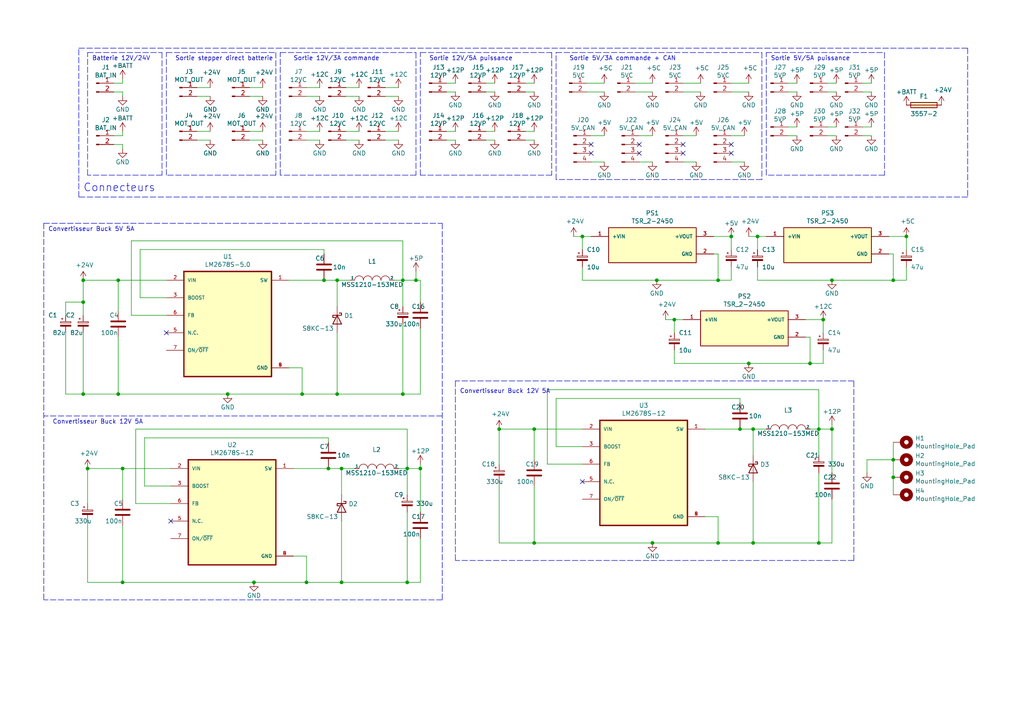
<source format=kicad_sch>
(kicad_sch (version 20211123) (generator eeschema)
  (paper "A4")
  (junction (at 168.91 68.58))
  (junction (at 154.94 124.46))
  (junction (at 217.17 105.41))
  (junction (at 218.44 157.48))
  (junction (at 87.63 114.3))
  (junction (at 234.95 105.41))
  (junction (at 73.66 168.91))
  (junction (at 154.94 157.48))
  (junction (at 241.3 124.46))
  (junction (at 88.9 168.91))
  (junction (at 195.58 92.71))
  (junction (at 118.11 168.91))
  (junction (at 34.29 81.28))
  (junction (at 238.76 92.71))
  (junction (at 24.13 81.28))
  (junction (at 99.06 168.91))
  (junction (at 259.08 81.28))
  (junction (at 24.13 87.63))
  (junction (at 190.5 81.28))
  (junction (at 99.06 135.89))
  (junction (at 66.04 114.3))
  (junction (at 144.78 124.46))
  (junction (at 34.29 114.3))
  (junction (at 35.56 168.91))
  (junction (at 97.79 81.28))
  (junction (at 24.13 114.3))
  (junction (at 218.44 124.46))
  (junction (at 116.84 81.28))
  (junction (at 262.89 68.58))
  (junction (at 35.56 135.89))
  (junction (at 259.08 138.43))
  (junction (at 25.4 135.89))
  (junction (at 259.08 133.35))
  (junction (at 118.11 135.89))
  (junction (at 219.71 68.58))
  (junction (at 214.63 124.46))
  (junction (at 237.49 157.48))
  (junction (at 120.65 81.28))
  (junction (at 212.09 68.58))
  (junction (at 116.84 114.3))
  (junction (at 93.98 81.28))
  (junction (at 121.92 135.89))
  (junction (at 237.49 124.46))
  (junction (at 95.25 135.89))
  (junction (at 208.28 157.48))
  (junction (at 241.3 81.28))
  (junction (at 208.28 81.28))
  (junction (at 97.79 114.3))
  (junction (at 189.23 157.48))
  (no_connect (at 48.26 96.52))
  (no_connect (at 171.45 44.45))
  (no_connect (at 49.53 151.13))
  (no_connect (at 185.42 44.45))
  (no_connect (at 212.09 44.45))
  (no_connect (at 198.12 41.91))
  (no_connect (at 185.42 41.91))
  (no_connect (at 212.09 41.91))
  (no_connect (at 198.12 44.45))
  (no_connect (at 171.45 41.91))
  (no_connect (at 168.91 139.7))
  (wire (pts (xy 262.89 77.47) (xy 262.89 81.28)))
  (wire (pts (xy 33.02 39.37) (xy 35.56 39.37)))
  (wire (pts (xy 241.3 157.48) (xy 237.49 157.48)))
  (wire (pts (xy 118.11 124.46) (xy 118.11 135.89)))
  (wire (pts (xy 35.56 135.89) (xy 25.4 135.89)))
  (wire (pts (xy 166.37 68.58) (xy 168.91 68.58)))
  (polyline (pts (xy 25.4 15.24) (xy 46.99 15.24)))
  (wire (pts (xy 208.28 149.86) (xy 208.28 157.48)))
  (wire (pts (xy 214.63 115.57) (xy 214.63 116.84)))
  (wire (pts (xy 121.92 114.3) (xy 116.84 114.3)))
  (wire (pts (xy 88.9 38.1) (xy 92.71 38.1)))
  (wire (pts (xy 250.19 26.67) (xy 252.73 26.67)))
  (wire (pts (xy 129.54 24.13) (xy 132.08 24.13)))
  (wire (pts (xy 208.28 73.66) (xy 208.28 81.28)))
  (wire (pts (xy 144.78 157.48) (xy 154.94 157.48)))
  (polyline (pts (xy 280.67 57.15) (xy 22.86 57.15)))
  (wire (pts (xy 240.03 24.13) (xy 242.57 24.13)))
  (wire (pts (xy 35.56 144.78) (xy 35.56 135.89)))
  (wire (pts (xy 88.9 168.91) (xy 99.06 168.91)))
  (polyline (pts (xy 222.25 15.24) (xy 256.54 15.24)))
  (wire (pts (xy 161.29 129.54) (xy 161.29 115.57)))
  (wire (pts (xy 168.91 77.47) (xy 168.91 81.28)))
  (wire (pts (xy 257.81 68.58) (xy 262.89 68.58)))
  (wire (pts (xy 195.58 92.71) (xy 198.12 92.71)))
  (wire (pts (xy 241.3 124.46) (xy 241.3 123.19)))
  (wire (pts (xy 259.08 133.35) (xy 251.46 133.35)))
  (wire (pts (xy 259.08 138.43) (xy 259.08 143.51)))
  (wire (pts (xy 120.65 81.28) (xy 121.92 81.28)))
  (wire (pts (xy 228.6 39.37) (xy 231.14 39.37)))
  (wire (pts (xy 168.91 72.39) (xy 168.91 68.58)))
  (polyline (pts (xy 46.99 50.8) (xy 25.4 50.8)))
  (wire (pts (xy 99.06 168.91) (xy 118.11 168.91)))
  (wire (pts (xy 72.39 27.94) (xy 76.2 27.94)))
  (wire (pts (xy 116.84 93.98) (xy 116.84 114.3)))
  (wire (pts (xy 24.13 96.52) (xy 24.13 114.3)))
  (wire (pts (xy 97.79 96.52) (xy 97.79 114.3)))
  (polyline (pts (xy 256.54 50.8) (xy 222.25 50.8)))
  (wire (pts (xy 99.06 151.13) (xy 99.06 168.91)))
  (wire (pts (xy 250.19 39.37) (xy 252.73 39.37)))
  (wire (pts (xy 259.08 73.66) (xy 259.08 81.28)))
  (wire (pts (xy 140.97 26.67) (xy 143.51 26.67)))
  (wire (pts (xy 212.09 46.99) (xy 215.9 46.99)))
  (wire (pts (xy 35.56 26.67) (xy 33.02 26.67)))
  (wire (pts (xy 116.84 81.28) (xy 120.65 81.28)))
  (wire (pts (xy 116.84 81.28) (xy 116.84 88.9)))
  (wire (pts (xy 39.37 146.05) (xy 39.37 124.46)))
  (wire (pts (xy 233.68 92.71) (xy 238.76 92.71)))
  (polyline (pts (xy 247.65 162.56) (xy 132.08 162.56)))
  (wire (pts (xy 234.95 97.79) (xy 234.95 105.41)))
  (wire (pts (xy 48.26 86.36) (xy 40.64 86.36)))
  (polyline (pts (xy 161.29 15.24) (xy 220.98 15.24)))
  (wire (pts (xy 189.23 157.48) (xy 208.28 157.48)))
  (wire (pts (xy 154.94 133.35) (xy 154.94 124.46)))
  (wire (pts (xy 111.76 40.64) (xy 115.57 40.64)))
  (wire (pts (xy 35.56 168.91) (xy 73.66 168.91)))
  (wire (pts (xy 193.04 92.71) (xy 195.58 92.71)))
  (wire (pts (xy 195.58 105.41) (xy 217.17 105.41)))
  (wire (pts (xy 140.97 40.64) (xy 143.51 40.64)))
  (wire (pts (xy 259.08 128.27) (xy 259.08 133.35)))
  (wire (pts (xy 238.76 92.71) (xy 238.76 96.52)))
  (wire (pts (xy 100.33 27.94) (xy 104.14 27.94)))
  (polyline (pts (xy 22.86 57.15) (xy 22.86 13.97)))
  (wire (pts (xy 38.1 91.44) (xy 38.1 69.85)))
  (wire (pts (xy 185.42 39.37) (xy 189.23 39.37)))
  (wire (pts (xy 41.91 140.97) (xy 41.91 127)))
  (polyline (pts (xy 247.65 162.56) (xy 247.65 110.49)))
  (polyline (pts (xy 220.98 15.24) (xy 220.98 52.07)))
  (wire (pts (xy 95.25 135.89) (xy 99.06 135.89)))
  (wire (pts (xy 116.84 69.85) (xy 116.84 81.28)))
  (polyline (pts (xy 80.01 50.8) (xy 48.26 50.8)))
  (wire (pts (xy 25.4 135.89) (xy 25.4 146.05)))
  (wire (pts (xy 35.56 43.18) (xy 35.56 41.91)))
  (wire (pts (xy 170.18 26.67) (xy 175.26 26.67)))
  (wire (pts (xy 114.3 81.28) (xy 116.84 81.28)))
  (wire (pts (xy 219.71 81.28) (xy 241.3 81.28)))
  (polyline (pts (xy 222.25 50.8) (xy 222.25 15.24)))
  (wire (pts (xy 184.15 26.67) (xy 189.23 26.67)))
  (wire (pts (xy 34.29 114.3) (xy 66.04 114.3)))
  (wire (pts (xy 207.01 68.58) (xy 212.09 68.58)))
  (wire (pts (xy 129.54 26.67) (xy 132.08 26.67)))
  (wire (pts (xy 204.47 124.46) (xy 214.63 124.46)))
  (wire (pts (xy 83.82 106.68) (xy 87.63 106.68)))
  (wire (pts (xy 118.11 135.89) (xy 121.92 135.89)))
  (wire (pts (xy 93.98 81.28) (xy 97.79 81.28)))
  (wire (pts (xy 240.03 26.67) (xy 242.57 26.67)))
  (wire (pts (xy 57.15 25.4) (xy 60.96 25.4)))
  (polyline (pts (xy 256.54 15.24) (xy 256.54 50.8)))
  (wire (pts (xy 168.91 124.46) (xy 154.94 124.46)))
  (wire (pts (xy 218.44 124.46) (xy 218.44 132.08)))
  (wire (pts (xy 234.95 124.46) (xy 237.49 124.46)))
  (polyline (pts (xy 161.29 52.07) (xy 161.29 15.24)))
  (wire (pts (xy 152.4 26.67) (xy 154.94 26.67)))
  (polyline (pts (xy 120.65 15.24) (xy 120.65 50.8)))
  (wire (pts (xy 49.53 135.89) (xy 35.56 135.89)))
  (polyline (pts (xy 22.86 13.97) (xy 280.67 13.97)))
  (wire (pts (xy 250.19 24.13) (xy 252.73 24.13)))
  (polyline (pts (xy 12.7 64.77) (xy 128.27 64.77)))
  (wire (pts (xy 87.63 114.3) (xy 97.79 114.3)))
  (wire (pts (xy 240.03 36.83) (xy 242.57 36.83)))
  (wire (pts (xy 184.15 24.13) (xy 189.23 24.13)))
  (polyline (pts (xy 132.08 110.49) (xy 132.08 162.56)))
  (polyline (pts (xy 48.26 50.8) (xy 48.26 15.24)))
  (wire (pts (xy 152.4 38.1) (xy 154.94 38.1)))
  (wire (pts (xy 88.9 161.29) (xy 88.9 168.91)))
  (wire (pts (xy 97.79 114.3) (xy 116.84 114.3)))
  (wire (pts (xy 240.03 39.37) (xy 242.57 39.37)))
  (wire (pts (xy 198.12 46.99) (xy 201.93 46.99)))
  (wire (pts (xy 219.71 68.58) (xy 222.25 68.58)))
  (wire (pts (xy 88.9 25.4) (xy 92.71 25.4)))
  (wire (pts (xy 207.01 73.66) (xy 208.28 73.66)))
  (wire (pts (xy 228.6 26.67) (xy 231.14 26.67)))
  (wire (pts (xy 100.33 40.64) (xy 104.14 40.64)))
  (wire (pts (xy 19.05 114.3) (xy 24.13 114.3)))
  (wire (pts (xy 95.25 127) (xy 95.25 128.27)))
  (wire (pts (xy 144.78 139.7) (xy 144.78 157.48)))
  (polyline (pts (xy 247.65 110.49) (xy 132.08 110.49)))
  (wire (pts (xy 152.4 40.64) (xy 154.94 40.64)))
  (wire (pts (xy 168.91 129.54) (xy 161.29 129.54)))
  (wire (pts (xy 219.71 77.47) (xy 219.71 81.28)))
  (wire (pts (xy 257.81 73.66) (xy 259.08 73.66)))
  (wire (pts (xy 72.39 38.1) (xy 76.2 38.1)))
  (wire (pts (xy 34.29 81.28) (xy 24.13 81.28)))
  (wire (pts (xy 100.33 25.4) (xy 104.14 25.4)))
  (polyline (pts (xy 48.26 15.24) (xy 80.01 15.24)))
  (wire (pts (xy 111.76 25.4) (xy 115.57 25.4)))
  (wire (pts (xy 24.13 87.63) (xy 24.13 91.44)))
  (wire (pts (xy 218.44 157.48) (xy 237.49 157.48)))
  (wire (pts (xy 121.92 135.89) (xy 121.92 134.62)))
  (wire (pts (xy 262.89 68.58) (xy 262.89 72.39)))
  (wire (pts (xy 251.46 133.35) (xy 251.46 137.16)))
  (wire (pts (xy 198.12 26.67) (xy 203.2 26.67)))
  (polyline (pts (xy 46.99 15.24) (xy 46.99 50.8)))
  (wire (pts (xy 35.56 39.37) (xy 35.56 38.1)))
  (wire (pts (xy 121.92 156.21) (xy 121.92 168.91)))
  (wire (pts (xy 218.44 124.46) (xy 222.25 124.46)))
  (polyline (pts (xy 81.28 50.8) (xy 81.28 15.24)))
  (wire (pts (xy 24.13 87.63) (xy 19.05 87.63)))
  (wire (pts (xy 87.63 106.68) (xy 87.63 114.3)))
  (polyline (pts (xy 160.02 50.8) (xy 121.92 50.8)))
  (wire (pts (xy 259.08 133.35) (xy 259.08 138.43)))
  (wire (pts (xy 241.3 144.78) (xy 241.3 157.48)))
  (wire (pts (xy 238.76 105.41) (xy 234.95 105.41)))
  (wire (pts (xy 212.09 26.67) (xy 217.17 26.67)))
  (wire (pts (xy 237.49 124.46) (xy 237.49 132.08)))
  (wire (pts (xy 49.53 146.05) (xy 39.37 146.05)))
  (wire (pts (xy 234.95 105.41) (xy 217.17 105.41)))
  (wire (pts (xy 208.28 81.28) (xy 190.5 81.28)))
  (wire (pts (xy 129.54 38.1) (xy 132.08 38.1)))
  (polyline (pts (xy 128.27 173.99) (xy 12.7 173.99)))
  (polyline (pts (xy 120.65 50.8) (xy 81.28 50.8)))
  (wire (pts (xy 152.4 24.13) (xy 154.94 24.13)))
  (polyline (pts (xy 121.92 15.24) (xy 160.02 15.24)))
  (wire (pts (xy 204.47 149.86) (xy 208.28 149.86)))
  (wire (pts (xy 259.08 81.28) (xy 241.3 81.28)))
  (wire (pts (xy 144.78 124.46) (xy 144.78 134.62)))
  (wire (pts (xy 115.57 135.89) (xy 118.11 135.89)))
  (wire (pts (xy 24.13 114.3) (xy 34.29 114.3)))
  (wire (pts (xy 97.79 81.28) (xy 101.6 81.28)))
  (wire (pts (xy 214.63 124.46) (xy 218.44 124.46)))
  (wire (pts (xy 38.1 69.85) (xy 116.84 69.85)))
  (wire (pts (xy 35.56 27.94) (xy 35.56 26.67)))
  (wire (pts (xy 85.09 161.29) (xy 88.9 161.29)))
  (wire (pts (xy 100.33 38.1) (xy 104.14 38.1)))
  (wire (pts (xy 83.82 81.28) (xy 93.98 81.28)))
  (polyline (pts (xy 81.28 15.24) (xy 120.65 15.24)))
  (wire (pts (xy 118.11 135.89) (xy 118.11 143.51)))
  (wire (pts (xy 154.94 157.48) (xy 189.23 157.48)))
  (wire (pts (xy 118.11 148.59) (xy 118.11 168.91)))
  (wire (pts (xy 48.26 81.28) (xy 34.29 81.28)))
  (wire (pts (xy 158.75 134.62) (xy 158.75 113.03)))
  (wire (pts (xy 140.97 24.13) (xy 143.51 24.13)))
  (wire (pts (xy 158.75 113.03) (xy 237.49 113.03)))
  (wire (pts (xy 97.79 81.28) (xy 97.79 88.9)))
  (wire (pts (xy 19.05 96.52) (xy 19.05 114.3)))
  (wire (pts (xy 41.91 127) (xy 95.25 127)))
  (polyline (pts (xy 128.27 64.77) (xy 128.27 173.99)))
  (wire (pts (xy 121.92 135.89) (xy 121.92 148.59)))
  (wire (pts (xy 212.09 24.13) (xy 217.17 24.13)))
  (wire (pts (xy 48.26 91.44) (xy 38.1 91.44)))
  (wire (pts (xy 85.09 135.89) (xy 95.25 135.89)))
  (wire (pts (xy 72.39 40.64) (xy 76.2 40.64)))
  (wire (pts (xy 34.29 90.17) (xy 34.29 81.28)))
  (wire (pts (xy 217.17 68.58) (xy 219.71 68.58)))
  (wire (pts (xy 237.49 137.16) (xy 237.49 157.48)))
  (wire (pts (xy 195.58 96.52) (xy 195.58 92.71)))
  (wire (pts (xy 40.64 72.39) (xy 93.98 72.39)))
  (wire (pts (xy 250.19 36.83) (xy 252.73 36.83)))
  (wire (pts (xy 198.12 39.37) (xy 201.93 39.37)))
  (polyline (pts (xy 25.4 50.8) (xy 25.4 15.24)))
  (wire (pts (xy 121.92 81.28) (xy 121.92 87.63)))
  (wire (pts (xy 237.49 113.03) (xy 237.49 124.46)))
  (wire (pts (xy 233.68 97.79) (xy 234.95 97.79)))
  (wire (pts (xy 129.54 40.64) (xy 132.08 40.64)))
  (wire (pts (xy 237.49 124.46) (xy 241.3 124.46)))
  (wire (pts (xy 33.02 24.13) (xy 35.56 24.13)))
  (wire (pts (xy 88.9 27.94) (xy 92.71 27.94)))
  (polyline (pts (xy 121.92 50.8) (xy 121.92 15.24)))
  (wire (pts (xy 57.15 27.94) (xy 60.96 27.94)))
  (polyline (pts (xy 128.27 120.65) (xy 12.7 120.65)))
  (wire (pts (xy 212.09 77.47) (xy 212.09 81.28)))
  (wire (pts (xy 99.06 135.89) (xy 99.06 143.51)))
  (wire (pts (xy 171.45 46.99) (xy 175.26 46.99)))
  (polyline (pts (xy 280.67 13.97) (xy 280.67 57.15)))
  (wire (pts (xy 57.15 38.1) (xy 60.96 38.1)))
  (wire (pts (xy 19.05 87.63) (xy 19.05 91.44)))
  (wire (pts (xy 198.12 24.13) (xy 203.2 24.13)))
  (polyline (pts (xy 220.98 52.07) (xy 161.29 52.07)))
  (wire (pts (xy 111.76 38.1) (xy 115.57 38.1)))
  (wire (pts (xy 57.15 40.64) (xy 60.96 40.64)))
  (wire (pts (xy 35.56 24.13) (xy 35.56 22.86)))
  (wire (pts (xy 99.06 135.89) (xy 102.87 135.89)))
  (wire (pts (xy 168.91 81.28) (xy 190.5 81.28)))
  (wire (pts (xy 195.58 101.6) (xy 195.58 105.41)))
  (wire (pts (xy 73.66 168.91) (xy 88.9 168.91)))
  (wire (pts (xy 35.56 152.4) (xy 35.56 168.91)))
  (wire (pts (xy 185.42 46.99) (xy 189.23 46.99)))
  (wire (pts (xy 218.44 139.7) (xy 218.44 157.48)))
  (wire (pts (xy 35.56 41.91) (xy 33.02 41.91)))
  (wire (pts (xy 170.18 24.13) (xy 175.26 24.13)))
  (wire (pts (xy 121.92 168.91) (xy 118.11 168.91)))
  (wire (pts (xy 228.6 24.13) (xy 231.14 24.13)))
  (wire (pts (xy 219.71 72.39) (xy 219.71 68.58)))
  (wire (pts (xy 168.91 134.62) (xy 158.75 134.62)))
  (wire (pts (xy 49.53 140.97) (xy 41.91 140.97)))
  (wire (pts (xy 161.29 115.57) (xy 214.63 115.57)))
  (wire (pts (xy 40.64 86.36) (xy 40.64 72.39)))
  (polyline (pts (xy 160.02 15.24) (xy 160.02 50.8)))
  (wire (pts (xy 208.28 157.48) (xy 218.44 157.48)))
  (wire (pts (xy 87.63 114.3) (xy 66.04 114.3)))
  (wire (pts (xy 121.92 95.25) (xy 121.92 114.3)))
  (wire (pts (xy 238.76 101.6) (xy 238.76 105.41)))
  (wire (pts (xy 212.09 81.28) (xy 208.28 81.28)))
  (wire (pts (xy 241.3 124.46) (xy 241.3 137.16)))
  (wire (pts (xy 212.09 68.58) (xy 212.09 72.39)))
  (wire (pts (xy 111.76 27.94) (xy 115.57 27.94)))
  (wire (pts (xy 25.4 151.13) (xy 25.4 168.91)))
  (wire (pts (xy 228.6 36.83) (xy 231.14 36.83)))
  (wire (pts (xy 168.91 68.58) (xy 171.45 68.58)))
  (wire (pts (xy 93.98 72.39) (xy 93.98 73.66)))
  (polyline (pts (xy 80.01 15.24) (xy 80.01 50.8)))
  (wire (pts (xy 212.09 39.37) (xy 215.9 39.37)))
  (wire (pts (xy 24.13 81.28) (xy 24.13 87.63)))
  (wire (pts (xy 140.97 38.1) (xy 143.51 38.1)))
  (wire (pts (xy 120.65 81.28) (xy 120.65 78.74)))
  (wire (pts (xy 25.4 168.91) (xy 35.56 168.91)))
  (wire (pts (xy 34.29 97.79) (xy 34.29 114.3)))
  (wire (pts (xy 39.37 124.46) (xy 118.11 124.46)))
  (wire (pts (xy 171.45 39.37) (xy 175.26 39.37)))
  (wire (pts (xy 72.39 25.4) (xy 76.2 25.4)))
  (wire (pts (xy 154.94 140.97) (xy 154.94 157.48)))
  (polyline (pts (xy 12.7 64.77) (xy 12.7 173.99)))
  (wire (pts (xy 88.9 40.64) (xy 92.71 40.64)))
  (wire (pts (xy 154.94 124.46) (xy 144.78 124.46)))
  (wire (pts (xy 262.89 81.28) (xy 259.08 81.28)))
  (text "Batterie 12V/24V" (at 26.67 17.78 0) (effects (font (size 1.27 1.27)) (justify left bottom)))
  (text "Sortie 12V/3A commande" (at 85.09 17.78 0) (effects (font (size 1.27 1.27)) (justify left bottom)))
  (text "Convertisseur Buck 12V 5A" (at 15.24 123.19 0) (effects (font (size 1.27 1.27)) (justify left bottom)))
  (text "Convertisseur Buck 12V 5A" (at 133.35 114.3 0) (effects (font (size 1.27 1.27)) (justify left bottom)))
  (text "Sortie 5V/5A puissance" (at 223.52 17.78 0) (effects (font (size 1.27 1.27)) (justify left bottom)))
  (text "Sortie 12V/5A puissance" (at 124.46 17.78 0) (effects (font (size 1.27 1.27)) (justify left bottom)))
  (text "Convertisseur Buck 5V 5A" (at 13.97 67.31 0) (effects (font (size 1.27 1.27)) (justify left bottom)))
  (text "Sortie 5V/3A commande + CAN" (at 165.1 17.78 0) (effects (font (size 1.27 1.27)) (justify left bottom)))
  (text "Connecteurs" (at 24.13 55.88 0) (effects (font (size 2.2606 2.2606)) (justify left bottom)))
  (text "Sortie stepper direct batterie" (at 50.8 17.78 0) (effects (font (size 1.27 1.27)) (justify left bottom)))
  (symbol (lib_id "AREA_composant:LM2678S-5.0") (at 66.04 93.98 0) (unit 1)
    (property "Reference" "U1" (at 66.04 74.422 0))
    (property "Value" "LM2678S-5.0" (at 66.04 76.7334 0))
    (property "Footprint" "AREA_lib_composant:TO127P1435X464-8N" (effects hide))
  )
  (symbol (lib_id "AREA_composant:LM2678S-12") (at 67.31 148.59 0) (unit 1)
    (property "Reference" "U2" (at 67.31 129.032 0))
    (property "Value" "LM2678S-12" (at 67.31 131.3434 0))
    (property "Footprint" "AREA_lib_composant:TO127P1435X464-8N" (effects hide))
  )
  (symbol (lib_id "Connector:Conn_01x02_Male") (at 27.94 39.37 0) (unit 1)
    (property "Reference" "J2" (at 30.6832 34.7726 0))
    (property "Value" "BAT_IN" (at 30.6832 37.084 0))
    (property "Footprint" "AREA_lib_Connector:Wuerth_batcon_691313710002" (effects hide))
  )
  (symbol (lib_id "Connector:Conn_01x02_Male") (at 52.07 25.4 0) (unit 1)
    (property "Reference" "J3" (at 54.8132 20.8026 0))
    (property "Value" "MOT_OUT" (at 54.8132 23.114 0))
    (property "Footprint" "AREA_lib_Connector:Wuerth_batcon_691313710002" (effects hide))
  )
  (symbol (lib_id "Connector:Conn_01x02_Male") (at 83.82 25.4 0) (unit 1)
    (property "Reference" "J7" (at 86.5632 20.8026 0))
    (property "Value" "12VC" (at 86.5632 23.114 0))
    (property "Footprint" "AREA_lib_Connector:Wuerth_2.54mm_2pins_61900211121" (effects hide))
  )
  (symbol (lib_id "Connector:Conn_01x04_Male") (at 166.37 41.91 0) (unit 1)
    (property "Reference" "J20" (at 169.1132 34.7726 0))
    (property "Value" "5V_CAN" (at 169.1132 37.084 0))
    (property "Footprint" "AREA_lib_Connector:690367290476" (effects hide))
  )
  (symbol (lib_id "Connector:Conn_01x02_Male") (at 124.46 24.13 0) (unit 1)
    (property "Reference" "J13" (at 127.2032 19.5326 0))
    (property "Value" "12VP" (at 127.2032 21.844 0))
    (property "Footprint" "AREA_lib_Connector:Wuerth_3.96mm_2pin_645002114822" (effects hide))
  )
  (symbol (lib_id "Connector:Conn_01x02_Male") (at 223.52 24.13 0) (unit 1)
    (property "Reference" "J27" (at 226.2632 19.5326 0))
    (property "Value" "5VP" (at 226.2632 21.844 0))
    (property "Footprint" "AREA_lib_Connector:Wuerth_3.96mm_2pin_645002114822" (effects hide))
  )
  (symbol (lib_id "power:GND") (at 60.96 27.94 0) (unit 1)
    (property "Reference" "#PWR08" (effects hide))
    (property "Value" "GND" (at 60.96 31.75 0))
  )
  (symbol (lib_id "power:GND") (at 35.56 43.18 0) (unit 1)
    (property "Reference" "#PWR06" (effects hide))
    (property "Value" "GND" (at 35.56 46.99 0))
  )
  (symbol (lib_id "power:+BATT") (at 35.56 38.1 0) (unit 1)
    (property "Reference" "#PWR05" (effects hide))
    (property "Value" "+BATT" (at 35.56 34.29 0))
  )
  (symbol (lib_id "Connector:Conn_01x02_Male") (at 67.31 25.4 0) (unit 1)
    (property "Reference" "J5" (at 70.0532 20.8026 0))
    (property "Value" "MOT_OUT" (at 70.0532 23.114 0))
    (property "Footprint" "AREA_lib_Connector:Wuerth_batcon_691313710002" (effects hide))
  )
  (symbol (lib_id "power:GND") (at 76.2 27.94 0) (unit 1)
    (property "Reference" "#PWR013" (effects hide))
    (property "Value" "GND" (at 76.2 31.75 0))
  )
  (symbol (lib_id "Connector:Conn_01x02_Male") (at 52.07 38.1 0) (unit 1)
    (property "Reference" "J4" (at 54.8132 33.5026 0))
    (property "Value" "MOT_OUT" (at 54.8132 35.814 0))
    (property "Footprint" "AREA_lib_Connector:Wuerth_batcon_691313710002" (effects hide))
  )
  (symbol (lib_id "power:GND") (at 60.96 40.64 0) (unit 1)
    (property "Reference" "#PWR010" (effects hide))
    (property "Value" "GND" (at 60.96 44.45 0))
  )
  (symbol (lib_id "Connector:Conn_01x02_Male") (at 67.31 38.1 0) (unit 1)
    (property "Reference" "J6" (at 70.0532 33.5026 0))
    (property "Value" "MOT_OUT" (at 70.0532 35.814 0))
    (property "Footprint" "AREA_lib_Connector:Wuerth_batcon_691313710002" (effects hide))
  )
  (symbol (lib_id "power:GND") (at 76.2 40.64 0) (unit 1)
    (property "Reference" "#PWR015" (effects hide))
    (property "Value" "GND" (at 76.2 44.45 0))
  )
  (symbol (lib_id "Mechanical:MountingHole_Pad") (at 261.62 128.27 270) (unit 1)
    (property "Reference" "H1" (at 265.43 127.1016 90) (effects (justify left)))
    (property "Value" "MountingHole_Pad" (at 265.43 129.413 90) (effects (justify left)))
    (property "Footprint" "MountingHole:MountingHole_3.2mm_M3_Pad_Via" (effects hide))
  )
  (symbol (lib_id "Mechanical:MountingHole_Pad") (at 261.62 133.35 270) (unit 1)
    (property "Reference" "H2" (at 265.43 132.1816 90) (effects (justify left)))
    (property "Value" "MountingHole_Pad" (at 265.43 134.493 90) (effects (justify left)))
    (property "Footprint" "MountingHole:MountingHole_3.2mm_M3_Pad_Via" (effects hide))
  )
  (symbol (lib_id "Mechanical:MountingHole_Pad") (at 261.62 138.43 270) (unit 1)
    (property "Reference" "H3" (at 265.43 137.2616 90) (effects (justify left)))
    (property "Value" "MountingHole_Pad" (at 265.43 139.573 90) (effects (justify left)))
    (property "Footprint" "MountingHole:MountingHole_3.2mm_M3_Pad_Via" (effects hide))
  )
  (symbol (lib_id "Mechanical:MountingHole_Pad") (at 261.62 143.51 270) (unit 1)
    (property "Reference" "H4" (at 265.43 142.3416 90) (effects (justify left)))
    (property "Value" "MountingHole_Pad" (at 265.43 144.653 90) (effects (justify left)))
    (property "Footprint" "MountingHole:MountingHole_3.2mm_M3_Pad_Via" (effects hide))
  )
  (symbol (lib_id "power:GND") (at 251.46 137.16 0) (unit 1)
    (property "Reference" "#PWR074" (effects hide))
    (property "Value" "GND" (at 251.46 140.97 0))
  )
  (symbol (lib_id "power:+12C") (at 92.71 25.4 0) (unit 1)
    (property "Reference" "#PWR016" (effects hide))
    (property "Value" "+12C" (at 92.71 21.59 0))
  )
  (symbol (lib_id "power:GND") (at 92.71 27.94 0) (unit 1)
    (property "Reference" "#PWR017" (effects hide))
    (property "Value" "GND" (at 92.71 31.75 0))
  )
  (symbol (lib_id "power:+12P") (at 132.08 24.13 0) (unit 1)
    (property "Reference" "#PWR030" (effects hide))
    (property "Value" "+12P" (at 132.08 20.32 0))
  )
  (symbol (lib_id "power:+5P") (at 231.14 24.13 0) (unit 1)
    (property "Reference" "#PWR064" (effects hide))
    (property "Value" "+5P" (at 231.14 20.32 0))
  )
  (symbol (lib_id "power:+5C") (at 175.26 24.13 0) (unit 1)
    (property "Reference" "#PWR043" (effects hide))
    (property "Value" "+5C" (at 175.641 19.7358 0))
  )
  (symbol (lib_id "power:+5V") (at 175.26 39.37 0) (unit 1)
    (property "Reference" "#PWR045" (effects hide))
    (property "Value" "+5V" (at 175.26 35.56 0))
  )
  (symbol (lib_id "power:GND") (at 132.08 26.67 0) (unit 1)
    (property "Reference" "#PWR031" (effects hide))
    (property "Value" "GND" (at 132.08 30.48 0))
  )
  (symbol (lib_id "power:GND") (at 231.14 26.67 0) (unit 1)
    (property "Reference" "#PWR065" (effects hide))
    (property "Value" "GND" (at 231.14 30.48 0))
  )
  (symbol (lib_id "Connector:Conn_01x02_Male") (at 165.1 24.13 0) (unit 1)
    (property "Reference" "J19" (at 167.8432 19.5326 0))
    (property "Value" "5VC" (at 167.8432 21.844 0))
    (property "Footprint" "AREA_lib_Connector:Wuerth_2.54mm_2pins_61900211121" (effects hide))
  )
  (symbol (lib_id "power:GND") (at 175.26 26.67 0) (unit 1)
    (property "Reference" "#PWR044" (effects hide))
    (property "Value" "GND" (at 175.26 30.48 0))
  )
  (symbol (lib_id "power:GND") (at 175.26 46.99 0) (unit 1)
    (property "Reference" "#PWR046" (effects hide))
    (property "Value" "GND" (at 175.26 50.8 0))
  )
  (symbol (lib_id "Connector:Conn_01x04_Male") (at 180.34 41.91 0) (unit 1)
    (property "Reference" "J22" (at 183.0832 34.7726 0))
    (property "Value" "5V_CAN" (at 183.0832 37.084 0))
    (property "Footprint" "AREA_lib_Connector:690367290476" (effects hide))
  )
  (symbol (lib_id "power:+5V") (at 189.23 39.37 0) (unit 1)
    (property "Reference" "#PWR049" (effects hide))
    (property "Value" "+5V" (at 189.23 35.56 0))
  )
  (symbol (lib_id "power:GND") (at 189.23 46.99 0) (unit 1)
    (property "Reference" "#PWR050" (effects hide))
    (property "Value" "GND" (at 189.23 50.8 0))
  )
  (symbol (lib_id "Connector:Conn_01x04_Male") (at 193.04 41.91 0) (unit 1)
    (property "Reference" "J24" (at 195.7832 34.7726 0))
    (property "Value" "5V_CAN" (at 195.7832 37.084 0))
    (property "Footprint" "AREA_lib_Connector:690367290476" (effects hide))
  )
  (symbol (lib_id "power:+5V") (at 201.93 39.37 0) (unit 1)
    (property "Reference" "#PWR053" (effects hide))
    (property "Value" "+5V" (at 201.93 35.56 0))
  )
  (symbol (lib_id "power:GND") (at 201.93 46.99 0) (unit 1)
    (property "Reference" "#PWR054" (effects hide))
    (property "Value" "GND" (at 201.93 50.8 0))
  )
  (symbol (lib_id "Connector:Conn_01x04_Male") (at 207.01 41.91 0) (unit 1)
    (property "Reference" "J26" (at 209.7532 34.7726 0))
    (property "Value" "5V_CAN" (at 209.7532 37.084 0))
    (property "Footprint" "AREA_lib_Connector:690367290476" (effects hide))
  )
  (symbol (lib_id "power:+5V") (at 215.9 39.37 0) (unit 1)
    (property "Reference" "#PWR058" (effects hide))
    (property "Value" "+5V" (at 215.9 35.56 0))
  )
  (symbol (lib_id "power:GND") (at 215.9 46.99 0) (unit 1)
    (property "Reference" "#PWR059" (effects hide))
    (property "Value" "GND" (at 215.9 50.8 0))
  )
  (symbol (lib_id "power:+5C") (at 189.23 24.13 0) (unit 1)
    (property "Reference" "#PWR047" (effects hide))
    (property "Value" "+5C" (at 189.611 19.7358 0))
  )
  (symbol (lib_id "Connector:Conn_01x02_Male") (at 179.07 24.13 0) (unit 1)
    (property "Reference" "J21" (at 181.8132 19.5326 0))
    (property "Value" "5VC" (at 181.8132 21.844 0))
    (property "Footprint" "AREA_lib_Connector:Wuerth_2.54mm_2pins_61900211121" (effects hide))
  )
  (symbol (lib_id "power:GND") (at 189.23 26.67 0) (unit 1)
    (property "Reference" "#PWR048" (effects hide))
    (property "Value" "GND" (at 189.23 30.48 0))
  )
  (symbol (lib_id "power:+5C") (at 203.2 24.13 0) (unit 1)
    (property "Reference" "#PWR055" (effects hide))
    (property "Value" "+5C" (at 203.581 19.7358 0))
  )
  (symbol (lib_id "Connector:Conn_01x02_Male") (at 193.04 24.13 0) (unit 1)
    (property "Reference" "J23" (at 195.7832 19.5326 0))
    (property "Value" "5VC" (at 195.7832 21.844 0))
    (property "Footprint" "AREA_lib_Connector:Wuerth_2.54mm_2pins_61900211121" (effects hide))
  )
  (symbol (lib_id "power:GND") (at 203.2 26.67 0) (unit 1)
    (property "Reference" "#PWR056" (effects hide))
    (property "Value" "GND" (at 203.2 30.48 0))
  )
  (symbol (lib_id "power:+5C") (at 217.17 24.13 0) (unit 1)
    (property "Reference" "#PWR060" (effects hide))
    (property "Value" "+5C" (at 217.551 19.7358 0))
  )
  (symbol (lib_id "Connector:Conn_01x02_Male") (at 207.01 24.13 0) (unit 1)
    (property "Reference" "J25" (at 209.7532 19.5326 0))
    (property "Value" "5VC" (at 209.7532 21.844 0))
    (property "Footprint" "AREA_lib_Connector:Wuerth_2.54mm_2pins_61900211121" (effects hide))
  )
  (symbol (lib_id "power:GND") (at 217.17 26.67 0) (unit 1)
    (property "Reference" "#PWR061" (effects hide))
    (property "Value" "GND" (at 217.17 30.48 0))
  )
  (symbol (lib_id "Connector:Conn_01x02_Male") (at 234.95 24.13 0) (unit 1)
    (property "Reference" "J29" (at 237.6932 19.5326 0))
    (property "Value" "5VP" (at 237.6932 21.844 0))
    (property "Footprint" "AREA_lib_Connector:Wuerth_3.96mm_2pin_645002114822" (effects hide))
  )
  (symbol (lib_id "power:+5P") (at 242.57 24.13 0) (unit 1)
    (property "Reference" "#PWR070" (effects hide))
    (property "Value" "+5P" (at 242.57 20.32 0))
  )
  (symbol (lib_id "power:GND") (at 242.57 26.67 0) (unit 1)
    (property "Reference" "#PWR071" (effects hide))
    (property "Value" "GND" (at 242.57 30.48 0))
  )
  (symbol (lib_id "Connector:Conn_01x02_Male") (at 223.52 36.83 0) (unit 1)
    (property "Reference" "J28" (at 226.2632 32.2326 0))
    (property "Value" "5VP" (at 226.2632 34.544 0))
    (property "Footprint" "AREA_lib_Connector:Wuerth_3.96mm_2pin_645002114822" (effects hide))
  )
  (symbol (lib_id "power:+5P") (at 231.14 36.83 0) (unit 1)
    (property "Reference" "#PWR066" (effects hide))
    (property "Value" "+5P" (at 231.14 33.02 0))
  )
  (symbol (lib_id "power:GND") (at 231.14 39.37 0) (unit 1)
    (property "Reference" "#PWR067" (effects hide))
    (property "Value" "GND" (at 231.14 43.18 0))
  )
  (symbol (lib_id "Connector:Conn_01x02_Male") (at 234.95 36.83 0) (unit 1)
    (property "Reference" "J30" (at 237.6932 32.2326 0))
    (property "Value" "5VP" (at 237.6932 34.544 0))
    (property "Footprint" "AREA_lib_Connector:Wuerth_3.96mm_2pin_645002114822" (effects hide))
  )
  (symbol (lib_id "power:+5P") (at 242.57 36.83 0) (unit 1)
    (property "Reference" "#PWR072" (effects hide))
    (property "Value" "+5P" (at 242.57 33.02 0))
  )
  (symbol (lib_id "power:GND") (at 242.57 39.37 0) (unit 1)
    (property "Reference" "#PWR073" (effects hide))
    (property "Value" "GND" (at 242.57 43.18 0))
  )
  (symbol (lib_id "Connector:Conn_01x02_Male") (at 245.11 24.13 0) (unit 1)
    (property "Reference" "J31" (at 247.8532 19.5326 0))
    (property "Value" "5VP" (at 247.8532 21.844 0))
    (property "Footprint" "AREA_lib_Connector:Wuerth_3.96mm_2pin_645002114822" (effects hide))
  )
  (symbol (lib_id "power:+5P") (at 252.73 24.13 0) (unit 1)
    (property "Reference" "#PWR075" (effects hide))
    (property "Value" "+5P" (at 252.73 20.32 0))
  )
  (symbol (lib_id "power:GND") (at 252.73 26.67 0) (unit 1)
    (property "Reference" "#PWR076" (effects hide))
    (property "Value" "GND" (at 252.73 30.48 0))
  )
  (symbol (lib_id "Connector:Conn_01x02_Male") (at 245.11 36.83 0) (unit 1)
    (property "Reference" "J32" (at 247.8532 32.2326 0))
    (property "Value" "5VP" (at 247.8532 34.544 0))
    (property "Footprint" "AREA_lib_Connector:Wuerth_3.96mm_2pin_645002114822" (effects hide))
  )
  (symbol (lib_id "power:+5P") (at 252.73 36.83 0) (unit 1)
    (property "Reference" "#PWR077" (effects hide))
    (property "Value" "+5P" (at 252.73 33.02 0))
  )
  (symbol (lib_id "power:GND") (at 252.73 39.37 0) (unit 1)
    (property "Reference" "#PWR078" (effects hide))
    (property "Value" "GND" (at 252.73 43.18 0))
  )
  (symbol (lib_id "Connector:Conn_01x02_Male") (at 135.89 24.13 0) (unit 1)
    (property "Reference" "J15" (at 138.6332 19.5326 0))
    (property "Value" "12VP" (at 138.6332 21.844 0))
    (property "Footprint" "AREA_lib_Connector:Wuerth_3.96mm_2pin_645002114822" (effects hide))
  )
  (symbol (lib_id "power:+12P") (at 143.51 24.13 0) (unit 1)
    (property "Reference" "#PWR034" (effects hide))
    (property "Value" "+12P" (at 143.51 20.32 0))
  )
  (symbol (lib_id "power:GND") (at 143.51 26.67 0) (unit 1)
    (property "Reference" "#PWR035" (effects hide))
    (property "Value" "GND" (at 143.51 30.48 0))
  )
  (symbol (lib_id "Connector:Conn_01x02_Male") (at 147.32 24.13 0) (unit 1)
    (property "Reference" "J17" (at 150.0632 19.5326 0))
    (property "Value" "12VP" (at 150.0632 21.844 0))
    (property "Footprint" "AREA_lib_Connector:Wuerth_3.96mm_2pin_645002114822" (effects hide))
  )
  (symbol (lib_id "power:+12P") (at 154.94 24.13 0) (unit 1)
    (property "Reference" "#PWR038" (effects hide))
    (property "Value" "+12P" (at 154.94 20.32 0))
  )
  (symbol (lib_id "power:GND") (at 154.94 26.67 0) (unit 1)
    (property "Reference" "#PWR039" (effects hide))
    (property "Value" "GND" (at 154.94 30.48 0))
  )
  (symbol (lib_id "Connector:Conn_01x02_Male") (at 124.46 38.1 0) (unit 1)
    (property "Reference" "J14" (at 127.2032 33.5026 0))
    (property "Value" "12VP" (at 127.2032 35.814 0))
    (property "Footprint" "AREA_lib_Connector:Wuerth_3.96mm_2pin_645002114822" (effects hide))
  )
  (symbol (lib_id "power:+12P") (at 132.08 38.1 0) (unit 1)
    (property "Reference" "#PWR032" (effects hide))
    (property "Value" "+12P" (at 132.08 34.29 0))
  )
  (symbol (lib_id "power:GND") (at 132.08 40.64 0) (unit 1)
    (property "Reference" "#PWR033" (effects hide))
    (property "Value" "GND" (at 132.08 44.45 0))
  )
  (symbol (lib_id "Connector:Conn_01x02_Male") (at 135.89 38.1 0) (unit 1)
    (property "Reference" "J16" (at 138.6332 33.5026 0))
    (property "Value" "12VP" (at 138.6332 35.814 0))
    (property "Footprint" "AREA_lib_Connector:Wuerth_3.96mm_2pin_645002114822" (effects hide))
  )
  (symbol (lib_id "power:+12P") (at 143.51 38.1 0) (unit 1)
    (property "Reference" "#PWR036" (effects hide))
    (property "Value" "+12P" (at 143.51 34.29 0))
  )
  (symbol (lib_id "power:GND") (at 143.51 40.64 0) (unit 1)
    (property "Reference" "#PWR037" (effects hide))
    (property "Value" "GND" (at 143.51 44.45 0))
  )
  (symbol (lib_id "Connector:Conn_01x02_Male") (at 147.32 38.1 0) (unit 1)
    (property "Reference" "J18" (at 150.0632 33.5026 0))
    (property "Value" "12VP" (at 150.0632 35.814 0))
    (property "Footprint" "AREA_lib_Connector:Wuerth_3.96mm_2pin_645002114822" (effects hide))
  )
  (symbol (lib_id "power:+12P") (at 154.94 38.1 0) (unit 1)
    (property "Reference" "#PWR040" (effects hide))
    (property "Value" "+12P" (at 154.94 34.29 0))
  )
  (symbol (lib_id "power:GND") (at 154.94 40.64 0) (unit 1)
    (property "Reference" "#PWR041" (effects hide))
    (property "Value" "GND" (at 154.94 44.45 0))
  )
  (symbol (lib_id "Connector:Conn_01x02_Male") (at 95.25 25.4 0) (unit 1)
    (property "Reference" "J9" (at 97.9932 20.8026 0))
    (property "Value" "12VC" (at 97.9932 23.114 0))
    (property "Footprint" "AREA_lib_Connector:Wuerth_2.54mm_2pins_61900211121" (effects hide))
  )
  (symbol (lib_id "power:+12C") (at 104.14 25.4 0) (unit 1)
    (property "Reference" "#PWR020" (effects hide))
    (property "Value" "+12C" (at 104.14 21.59 0))
  )
  (symbol (lib_id "power:GND") (at 104.14 27.94 0) (unit 1)
    (property "Reference" "#PWR021" (effects hide))
    (property "Value" "GND" (at 104.14 31.75 0))
  )
  (symbol (lib_id "Connector:Conn_01x02_Male") (at 83.82 38.1 0) (unit 1)
    (property "Reference" "J8" (at 86.5632 33.5026 0))
    (property "Value" "12VC" (at 86.5632 35.814 0))
    (property "Footprint" "AREA_lib_Connector:Wuerth_2.54mm_2pins_61900211121" (effects hide))
  )
  (symbol (lib_id "power:+12C") (at 92.71 38.1 0) (unit 1)
    (property "Reference" "#PWR018" (effects hide))
    (property "Value" "+12C" (at 92.71 34.29 0))
  )
  (symbol (lib_id "power:GND") (at 92.71 40.64 0) (unit 1)
    (property "Reference" "#PWR019" (effects hide))
    (property "Value" "GND" (at 92.71 44.45 0))
  )
  (symbol (lib_id "Connector:Conn_01x02_Male") (at 95.25 38.1 0) (unit 1)
    (property "Reference" "J10" (at 97.9932 33.5026 0))
    (property "Value" "12VC" (at 97.9932 35.814 0))
    (property "Footprint" "AREA_lib_Connector:Wuerth_2.54mm_2pins_61900211121" (effects hide))
  )
  (symbol (lib_id "power:+12C") (at 104.14 38.1 0) (unit 1)
    (property "Reference" "#PWR022" (effects hide))
    (property "Value" "+12C" (at 104.14 34.29 0))
  )
  (symbol (lib_id "power:GND") (at 104.14 40.64 0) (unit 1)
    (property "Reference" "#PWR023" (effects hide))
    (property "Value" "GND" (at 104.14 44.45 0))
  )
  (symbol (lib_id "Connector:Conn_01x02_Male") (at 106.68 25.4 0) (unit 1)
    (property "Reference" "J11" (at 109.4232 20.8026 0))
    (property "Value" "12VC" (at 109.4232 23.114 0))
    (property "Footprint" "AREA_lib_Connector:Wuerth_2.54mm_2pins_61900211121" (effects hide))
  )
  (symbol (lib_id "power:+12C") (at 115.57 25.4 0) (unit 1)
    (property "Reference" "#PWR024" (effects hide))
    (property "Value" "+12C" (at 115.57 21.59 0))
  )
  (symbol (lib_id "power:GND") (at 115.57 27.94 0) (unit 1)
    (property "Reference" "#PWR025" (effects hide))
    (property "Value" "GND" (at 115.57 31.75 0))
  )
  (symbol (lib_id "Connector:Conn_01x02_Male") (at 106.68 38.1 0) (unit 1)
    (property "Reference" "J12" (at 109.4232 33.5026 0))
    (property "Value" "12VC" (at 109.4232 35.814 0))
    (property "Footprint" "AREA_lib_Connector:Wuerth_2.54mm_2pins_61900211121" (effects hide))
  )
  (symbol (lib_id "power:+12C") (at 115.57 38.1 0) (unit 1)
    (property "Reference" "#PWR026" (effects hide))
    (property "Value" "+12C" (at 115.57 34.29 0))
  )
  (symbol (lib_id "power:GND") (at 115.57 40.64 0) (unit 1)
    (property "Reference" "#PWR027" (effects hide))
    (property "Value" "GND" (at 115.57 44.45 0))
  )
  (symbol (lib_id "Connector:Conn_01x02_Male") (at 27.94 24.13 0) (unit 1)
    (property "Reference" "J1" (at 30.6832 19.5326 0))
    (property "Value" "BAT_IN" (at 30.6832 21.844 0))
    (property "Footprint" "AREA_lib_Connector:Wuerth_batcon_691313710002" (effects hide))
  )
  (symbol (lib_id "power:GND") (at 35.56 27.94 0) (unit 1)
    (property "Reference" "#PWR04" (effects hide))
    (property "Value" "GND" (at 35.56 31.75 0))
  )
  (symbol (lib_id "power:+BATT") (at 35.56 22.86 0) (unit 1)
    (property "Reference" "#PWR03" (effects hide))
    (property "Value" "+BATT" (at 35.56 19.05 0))
  )
  (symbol (lib_id "power:GND") (at 66.04 114.3 0) (unit 1)
    (property "Reference" "#PWR011" (effects hide))
    (property "Value" "GND" (at 66.04 118.11 0))
  )
  (symbol (lib_id "Device:CP_Small") (at 19.05 93.98 0) (unit 1)
    (property "Reference" "C1" (at 13.97 91.44 0) (effects (justify left)))
    (property "Value" "82u" (at 15.24 96.52 0) (effects (justify left)))
    (property "Footprint" "Capacitor_SMD:CP_Elec_8x6.9" (effects hide))
  )
  (symbol (lib_id "Device:C") (at 34.29 93.98 0) (unit 1)
    (property "Reference" "C4" (at 31.75 91.44 0) (effects (justify left)))
    (property "Value" "100n" (at 29.21 96.52 0) (effects (justify left)))
    (property "Footprint" "Capacitor_SMD:C_0805_2012Metric_Pad1.18x1.45mm_HandSolder" (effects hide))
  )
  (symbol (lib_id "Device:C") (at 93.98 77.47 0) (unit 1)
    (property "Reference" "C6" (at 91.44 74.93 0) (effects (justify left)))
    (property "Value" "10n" (at 96.52 77.47 0) (effects (justify left)))
    (property "Footprint" "Capacitor_SMD:C_0805_2012Metric_Pad1.18x1.45mm_HandSolder" (effects hide))
  )
  (symbol (lib_id "Device:D_Schottky") (at 97.79 92.71 270) (unit 1)
    (property "Reference" "D1" (at 99.822 91.5416 90) (effects (justify left)))
    (property "Value" "S8KC-13" (at 87.63 95.25 90) (effects (justify left)))
    (property "Footprint" "Diode_SMD:D_SMC_Handsoldering" (effects hide))
  )
  (symbol (lib_id "pspice:INDUCTOR") (at 107.95 81.28 0) (unit 1)
    (property "Reference" "L1" (at 107.95 75.819 0))
    (property "Value" "MSS1210-153MED" (at 107.95 82.55 0))
    (property "Footprint" "Inductor_SMD:L_12x12mm_H8mm" (effects hide))
  )
  (symbol (lib_id "Device:CP_Small") (at 116.84 91.44 0) (unit 1)
    (property "Reference" "C8" (at 113.03 88.9 0) (effects (justify left)))
    (property "Value" "330u" (at 111.76 93.98 0) (effects (justify left)))
    (property "Footprint" "Capacitor_SMD:CP_Elec_8x6.2" (effects hide))
  )
  (symbol (lib_id "Device:CP_Small") (at 24.13 93.98 0) (unit 1)
    (property "Reference" "C2" (at 19.05 91.44 0) (effects (justify left)))
    (property "Value" "82u" (at 20.32 96.52 0) (effects (justify left)))
    (property "Footprint" "Capacitor_SMD:CP_Elec_8x6.9" (effects hide))
  )
  (symbol (lib_id "Device:CP_Small") (at 118.11 146.05 0) (unit 1)
    (property "Reference" "C9" (at 114.3 143.51 0) (effects (justify left)))
    (property "Value" "330u" (at 120.65 146.05 0) (effects (justify left)))
    (property "Footprint" "Capacitor_SMD:CP_Elec_8x6.2" (effects hide))
  )
  (symbol (lib_id "pspice:INDUCTOR") (at 109.22 135.89 0) (unit 1)
    (property "Reference" "L2" (at 109.22 130.429 0))
    (property "Value" "MSS1210-153MED" (at 109.22 137.16 0))
    (property "Footprint" "Inductor_SMD:L_12x12mm_H8mm" (effects hide))
  )
  (symbol (lib_id "Device:C") (at 95.25 132.08 0) (unit 1)
    (property "Reference" "C7" (at 92.71 129.54 0) (effects (justify left)))
    (property "Value" "10n" (at 97.79 132.08 0) (effects (justify left)))
    (property "Footprint" "Capacitor_SMD:C_0805_2012Metric_Pad1.18x1.45mm_HandSolder" (effects hide))
  )
  (symbol (lib_id "Device:C") (at 35.56 148.59 0) (unit 1)
    (property "Reference" "C5" (at 33.02 146.05 0) (effects (justify left)))
    (property "Value" "100n" (at 30.48 151.13 0) (effects (justify left)))
    (property "Footprint" "Capacitor_SMD:C_0805_2012Metric_Pad1.18x1.45mm_HandSolder" (effects hide))
  )
  (symbol (lib_id "Device:CP_Small") (at 25.4 148.59 0) (unit 1)
    (property "Reference" "C3" (at 20.32 146.05 0) (effects (justify left)))
    (property "Value" "330u" (at 21.59 151.13 0) (effects (justify left)))
    (property "Footprint" "Capacitor_SMD:CP_Elec_10x12.6" (effects hide))
  )
  (symbol (lib_id "power:+5P") (at 120.65 78.74 0) (unit 1)
    (property "Reference" "#PWR028" (effects hide))
    (property "Value" "+5P" (at 120.65 74.93 0))
  )
  (symbol (lib_id "power:+12P") (at 121.92 134.62 0) (unit 1)
    (property "Reference" "#PWR029" (effects hide))
    (property "Value" "+12P" (at 121.92 130.81 0))
  )
  (symbol (lib_id "Device:C") (at 121.92 91.44 0) (unit 1)
    (property "Reference" "C16" (at 119.38 88.9 0) (effects (justify left)))
    (property "Value" "100n" (at 116.84 93.98 0) (effects (justify left)))
    (property "Footprint" "Capacitor_SMD:C_0805_2012Metric_Pad1.18x1.45mm_HandSolder" (effects hide))
  )
  (symbol (lib_id "AREA_composant:3557-2") (at 267.97 30.48 0) (unit 1)
    (property "Reference" "F1" (at 267.97 27.94 0))
    (property "Value" "3557-2" (at 267.97 33.02 0))
    (property "Footprint" "AREA_lib_composant:FUSE_3557-2" (effects hide))
    (property "MANUFACTURER" "KEYSTONE" (effects hide))
  )
  (symbol (lib_id "power:+BATT") (at 262.89 30.48 0) (unit 1)
    (property "Reference" "#PWR079" (effects hide))
    (property "Value" "+BATT" (at 262.89 26.67 0))
  )
  (symbol (lib_id "power:+24V") (at 273.05 30.48 0) (unit 1)
    (property "Reference" "#PWR081" (effects hide))
    (property "Value" "+24V" (at 273.431 26.0858 0))
  )
  (symbol (lib_id "power:+24V") (at 24.13 81.28 0) (unit 1)
    (property "Reference" "#PWR01" (effects hide))
    (property "Value" "+24V" (at 24.511 76.8858 0))
  )
  (symbol (lib_id "power:+24V") (at 25.4 135.89 0) (unit 1)
    (property "Reference" "#PWR02" (effects hide))
    (property "Value" "+24V" (at 25.781 131.4958 0))
  )
  (symbol (lib_id "AREA_composant:TSR_2-2450") (at 189.23 71.12 0) (unit 1)
    (property "Reference" "PS1" (at 189.23 61.7982 0))
    (property "Value" "TSR_2-2450" (at 189.23 64.1096 0))
    (property "Footprint" "AREA_lib_composant:CONV_TSR_2-2450" (effects hide))
    (property "PARTREV" "May 14, 2020" (effects hide))
    (property "MAXIMUM_PACKAGE_HEIGHT" "10.6mm" (effects hide))
    (property "STANDARD" "Manufacturer Recommendations" (effects hide))
    (property "MANUFACTURER" "Traco Power" (effects hide))
  )
  (symbol (lib_id "power:+24V") (at 166.37 68.58 0) (unit 1)
    (property "Reference" "#PWR042" (effects hide))
    (property "Value" "+24V" (at 166.751 64.1858 0))
  )
  (symbol (lib_id "Device:D_Schottky") (at 99.06 147.32 270) (unit 1)
    (property "Reference" "D2" (at 101.092 146.1516 90) (effects (justify left)))
    (property "Value" "S8KC-13" (at 88.9 149.86 90) (effects (justify left)))
    (property "Footprint" "Diode_SMD:D_SMC_Handsoldering" (effects hide))
  )
  (symbol (lib_id "Device:C") (at 121.92 152.4 0) (unit 1)
    (property "Reference" "C17" (at 119.38 149.86 0) (effects (justify left)))
    (property "Value" "100n" (at 116.84 154.94 0) (effects (justify left)))
    (property "Footprint" "Capacitor_SMD:C_0805_2012Metric_Pad1.18x1.45mm_HandSolder" (effects hide))
  )
  (symbol (lib_id "Device:CP_Small") (at 212.09 74.93 0) (unit 1)
    (property "Reference" "C12" (at 213.36 72.39 0) (effects (justify left)))
    (property "Value" "47u" (at 213.36 77.47 0) (effects (justify left)))
    (property "Footprint" "Capacitor_THT:CP_Radial_D4.0mm_P2.00mm" (effects hide))
  )
  (symbol (lib_id "AREA_composant:LM2678S-12") (at 186.69 137.16 0) (unit 1)
    (property "Reference" "U3" (at 186.69 117.602 0))
    (property "Value" "LM2678S-12" (at 186.69 119.9134 0))
    (property "Footprint" "AREA_lib_composant:TO127P1435X464-8N" (effects hide))
  )
  (symbol (lib_id "Device:CP_Small") (at 237.49 134.62 0) (unit 1)
    (property "Reference" "C21" (at 233.68 132.08 0) (effects (justify left)))
    (property "Value" "330u" (at 240.03 134.62 0) (effects (justify left)))
    (property "Footprint" "Capacitor_SMD:CP_Elec_8x6.2" (effects hide))
  )
  (symbol (lib_id "pspice:INDUCTOR") (at 228.6 124.46 0) (unit 1)
    (property "Reference" "L3" (at 228.6 118.999 0))
    (property "Value" "MSS1210-153MED" (at 228.6 125.73 0))
    (property "Footprint" "Inductor_SMD:L_12x12mm_H8mm" (effects hide))
  )
  (symbol (lib_id "Device:C") (at 214.63 120.65 0) (unit 1)
    (property "Reference" "C20" (at 212.09 118.11 0) (effects (justify left)))
    (property "Value" "10n" (at 217.17 120.65 0) (effects (justify left)))
    (property "Footprint" "Capacitor_SMD:C_0805_2012Metric_Pad1.18x1.45mm_HandSolder" (effects hide))
  )
  (symbol (lib_id "Device:C") (at 154.94 137.16 0) (unit 1)
    (property "Reference" "C19" (at 152.4 134.62 0) (effects (justify left)))
    (property "Value" "100n" (at 149.86 139.7 0) (effects (justify left)))
    (property "Footprint" "Capacitor_SMD:C_0805_2012Metric_Pad1.18x1.45mm_HandSolder" (effects hide))
  )
  (symbol (lib_id "Device:CP_Small") (at 144.78 137.16 0) (unit 1)
    (property "Reference" "C18" (at 139.7 134.62 0) (effects (justify left)))
    (property "Value" "330u" (at 140.97 139.7 0) (effects (justify left)))
    (property "Footprint" "Capacitor_SMD:CP_Elec_10x12.6" (effects hide))
  )
  (symbol (lib_id "power:+12P") (at 241.3 123.19 0) (unit 1)
    (property "Reference" "#PWR0101" (effects hide))
    (property "Value" "+12P" (at 241.3 119.38 0))
  )
  (symbol (lib_id "power:+24V") (at 144.78 124.46 0) (unit 1)
    (property "Reference" "#PWR0102" (effects hide))
    (property "Value" "+24V" (at 145.161 120.0658 0))
  )
  (symbol (lib_id "Device:D_Schottky") (at 218.44 135.89 270) (unit 1)
    (property "Reference" "D3" (at 220.472 134.7216 90) (effects (justify left)))
    (property "Value" "S8KC-13" (at 208.28 138.43 90) (effects (justify left)))
    (property "Footprint" "Diode_SMD:D_SMC_Handsoldering" (effects hide))
  )
  (symbol (lib_id "Device:C") (at 241.3 140.97 0) (unit 1)
    (property "Reference" "C22" (at 238.76 138.43 0) (effects (justify left)))
    (property "Value" "100n" (at 236.22 143.51 0) (effects (justify left)))
    (property "Footprint" "Capacitor_SMD:C_0805_2012Metric_Pad1.18x1.45mm_HandSolder" (effects hide))
  )
  (symbol (lib_id "power:GND") (at 190.5 81.28 0) (unit 1)
    (property "Reference" "#PWR051" (effects hide))
    (property "Value" "GND" (at 190.5 85.09 0))
  )
  (symbol (lib_id "Device:CP_Small") (at 168.91 74.93 0) (unit 1)
    (property "Reference" "C10" (at 170.18 72.39 0) (effects (justify left)))
    (property "Value" "10u" (at 170.18 77.47 0) (effects (justify left)))
    (property "Footprint" "Capacitor_THT:CP_Radial_D4.0mm_P2.00mm" (effects hide))
  )
  (symbol (lib_id "power:GND") (at 73.66 168.91 0) (unit 1)
    (property "Reference" "#PWR0103" (effects hide))
    (property "Value" "GND" (at 73.66 172.72 0))
  )
  (symbol (lib_id "power:GND") (at 189.23 157.48 0) (unit 1)
    (property "Reference" "#PWR0104" (effects hide))
    (property "Value" "GND" (at 189.23 161.29 0))
  )
  (symbol (lib_id "power:+5V") (at 212.09 68.58 0) (unit 1)
    (property "Reference" "#PWR057" (effects hide))
    (property "Value" "+5V" (at 212.09 64.77 0))
  )
  (symbol (lib_id "AREA_composant:TSR_2-2450") (at 240.03 71.12 0) (unit 1)
    (property "Reference" "PS3" (at 240.03 61.7982 0))
    (property "Value" "TSR_2-2450" (at 240.03 64.1096 0))
    (property "Footprint" "AREA_lib_composant:CONV_TSR_2-2450" (effects hide))
    (property "PARTREV" "May 14, 2020" (effects hide))
    (property "MAXIMUM_PACKAGE_HEIGHT" "10.6mm" (effects hide))
    (property "STANDARD" "Manufacturer Recommendations" (effects hide))
    (property "MANUFACTURER" "Traco Power" (effects hide))
  )
  (symbol (lib_id "power:+24V") (at 217.17 68.58 0) (unit 1)
    (property "Reference" "#PWR062" (effects hide))
    (property "Value" "+24V" (at 217.551 64.1858 0))
  )
  (symbol (lib_id "Device:CP_Small") (at 262.89 74.93 0) (unit 1)
    (property "Reference" "C15" (at 264.16 72.39 0) (effects (justify left)))
    (property "Value" "47u" (at 264.16 77.47 0) (effects (justify left)))
    (property "Footprint" "Capacitor_THT:CP_Radial_D4.0mm_P2.00mm" (effects hide))
  )
  (symbol (lib_id "power:GND") (at 241.3 81.28 0) (unit 1)
    (property "Reference" "#PWR069" (effects hide))
    (property "Value" "GND" (at 241.3 85.09 0))
  )
  (symbol (lib_id "Device:CP_Small") (at 219.71 74.93 0) (unit 1)
    (property "Reference" "C13" (at 220.98 72.39 0) (effects (justify left)))
    (property "Value" "10u" (at 220.98 77.47 0) (effects (justify left)))
    (property "Footprint" "Capacitor_THT:CP_Radial_D4.0mm_P2.00mm" (effects hide))
  )
  (symbol (lib_id "power:+5C") (at 262.89 68.58 0) (unit 1)
    (property "Reference" "#PWR080" (effects hide))
    (property "Value" "+5C" (at 263.271 64.1858 0))
  )
  (symbol (lib_id "power:+12C") (at 238.76 92.71 0) (unit 1)
    (property "Reference" "#PWR068" (effects hide))
    (property "Value" "+12C" (at 238.76 88.9 0))
  )
  (symbol (lib_id "AREA_composant:TSR_2-2450") (at 215.9 95.25 0) (unit 1)
    (property "Reference" "PS2" (at 215.9 85.9282 0))
    (property "Value" "TSR_2-2450" (at 215.9 88.2396 0))
    (property "Footprint" "AREA_lib_composant:CONV_TSR_2-2450" (effects hide))
    (property "PARTREV" "May 14, 2020" (effects hide))
    (property "MAXIMUM_PACKAGE_HEIGHT" "10.6mm" (effects hide))
    (property "STANDARD" "Manufacturer Recommendations" (effects hide))
    (property "MANUFACTURER" "Traco Power" (effects hide))
  )
  (symbol (lib_id "power:+24V") (at 193.04 92.71 0) (unit 1)
    (property "Reference" "#PWR052" (effects hide))
    (property "Value" "+24V" (at 193.421 88.3158 0))
  )
  (symbol (lib_id "Device:CP_Small") (at 238.76 99.06 0) (unit 1)
    (property "Reference" "C14" (at 240.03 96.52 0) (effects (justify left)))
    (property "Value" "47u" (at 240.03 101.6 0) (effects (justify left)))
    (property "Footprint" "Capacitor_THT:CP_Radial_D4.0mm_P2.00mm" (effects hide))
  )
  (symbol (lib_id "power:GND") (at 217.17 105.41 0) (unit 1)
    (property "Reference" "#PWR063" (effects hide))
    (property "Value" "GND" (at 217.17 109.22 0))
  )
  (symbol (lib_id "Device:CP_Small") (at 195.58 99.06 0) (unit 1)
    (property "Reference" "C11" (at 196.85 96.52 0) (effects (justify left)))
    (property "Value" "10u" (at 196.85 101.6 0) (effects (justify left)))
    (property "Footprint" "Capacitor_THT:CP_Radial_D4.0mm_P2.00mm" (effects hide))
  )
  (symbol (lib_id "power:+24V") (at 76.2 25.4 0) (unit 1)
    (property "Reference" "#PWR0105" (effects hide))
    (property "Value" "+24V" (at 76.581 21.0058 0))
  )
  (symbol (lib_id "power:+24V") (at 60.96 25.4 0) (unit 1)
    (property "Reference" "#PWR0106" (effects hide))
    (property "Value" "+24V" (at 61.341 21.0058 0))
  )
  (symbol (lib_id "power:+24V") (at 60.96 38.1 0) (unit 1)
    (property "Reference" "#PWR0107" (effects hide))
    (property "Value" "+24V" (at 61.341 33.7058 0))
  )
  (symbol (lib_id "power:+24V") (at 76.2 38.1 0) (unit 1)
    (property "Reference" "#PWR0108" (effects hide))
    (property "Value" "+24V" (at 76.581 33.7058 0))
  )
)
</source>
